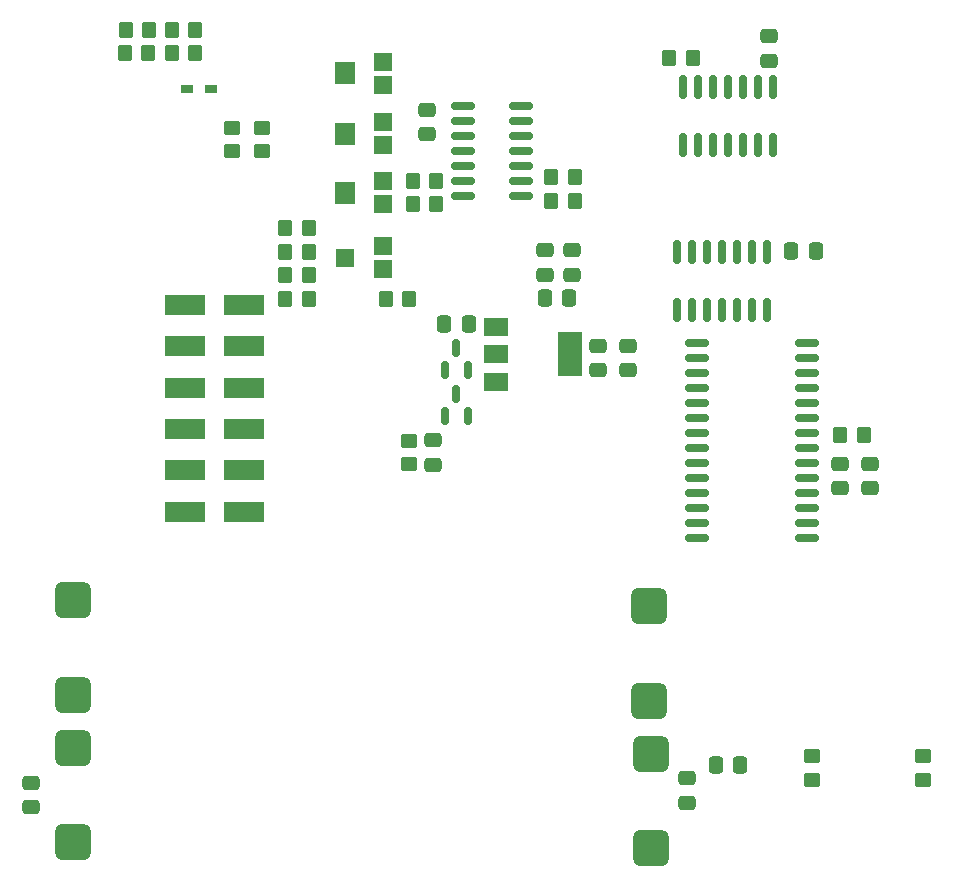
<source format=gbp>
G04 #@! TF.GenerationSoftware,KiCad,Pcbnew,8.0.4*
G04 #@! TF.CreationDate,2024-11-03T11:21:10+01:00*
G04 #@! TF.ProjectId,K_PA_Protec,4b5f5041-5f50-4726-9f74-65632e6b6963,rev?*
G04 #@! TF.SameCoordinates,Original*
G04 #@! TF.FileFunction,Paste,Bot*
G04 #@! TF.FilePolarity,Positive*
%FSLAX46Y46*%
G04 Gerber Fmt 4.6, Leading zero omitted, Abs format (unit mm)*
G04 Created by KiCad (PCBNEW 8.0.4) date 2024-11-03 11:21:10*
%MOMM*%
%LPD*%
G01*
G04 APERTURE LIST*
G04 Aperture macros list*
%AMRoundRect*
0 Rectangle with rounded corners*
0 $1 Rounding radius*
0 $2 $3 $4 $5 $6 $7 $8 $9 X,Y pos of 4 corners*
0 Add a 4 corners polygon primitive as box body*
4,1,4,$2,$3,$4,$5,$6,$7,$8,$9,$2,$3,0*
0 Add four circle primitives for the rounded corners*
1,1,$1+$1,$2,$3*
1,1,$1+$1,$4,$5*
1,1,$1+$1,$6,$7*
1,1,$1+$1,$8,$9*
0 Add four rect primitives between the rounded corners*
20,1,$1+$1,$2,$3,$4,$5,0*
20,1,$1+$1,$4,$5,$6,$7,0*
20,1,$1+$1,$6,$7,$8,$9,0*
20,1,$1+$1,$8,$9,$2,$3,0*%
G04 Aperture macros list end*
%ADD10RoundRect,0.250000X-0.450000X0.350000X-0.450000X-0.350000X0.450000X-0.350000X0.450000X0.350000X0*%
%ADD11RoundRect,0.250000X0.350000X0.450000X-0.350000X0.450000X-0.350000X-0.450000X0.350000X-0.450000X0*%
%ADD12RoundRect,0.250000X0.337500X0.475000X-0.337500X0.475000X-0.337500X-0.475000X0.337500X-0.475000X0*%
%ADD13R,3.500000X1.800000*%
%ADD14RoundRect,0.250000X0.475000X-0.337500X0.475000X0.337500X-0.475000X0.337500X-0.475000X-0.337500X0*%
%ADD15R,1.000000X0.800000*%
%ADD16RoundRect,0.150000X0.875000X0.150000X-0.875000X0.150000X-0.875000X-0.150000X0.875000X-0.150000X0*%
%ADD17R,1.500000X1.500000*%
%ADD18R,1.700000X1.900000*%
%ADD19RoundRect,0.250000X-0.475000X0.337500X-0.475000X-0.337500X0.475000X-0.337500X0.475000X0.337500X0*%
%ADD20RoundRect,0.250000X-0.350000X-0.450000X0.350000X-0.450000X0.350000X0.450000X-0.350000X0.450000X0*%
%ADD21RoundRect,0.250000X0.450000X-0.350000X0.450000X0.350000X-0.450000X0.350000X-0.450000X-0.350000X0*%
%ADD22R,2.000000X1.500000*%
%ADD23R,2.000000X3.800000*%
%ADD24RoundRect,0.150000X-0.825000X-0.150000X0.825000X-0.150000X0.825000X0.150000X-0.825000X0.150000X0*%
%ADD25RoundRect,0.491801X-1.008199X1.008199X-1.008199X-1.008199X1.008199X-1.008199X1.008199X1.008199X0*%
%ADD26RoundRect,0.250000X-0.337500X-0.475000X0.337500X-0.475000X0.337500X0.475000X-0.337500X0.475000X0*%
%ADD27RoundRect,0.150000X0.150000X-0.587500X0.150000X0.587500X-0.150000X0.587500X-0.150000X-0.587500X0*%
%ADD28RoundRect,0.491801X1.008199X-1.008199X1.008199X1.008199X-1.008199X1.008199X-1.008199X-1.008199X0*%
%ADD29R,1.500000X1.600000*%
%ADD30RoundRect,0.150000X0.150000X-0.825000X0.150000X0.825000X-0.150000X0.825000X-0.150000X-0.825000X0*%
G04 APERTURE END LIST*
D10*
X155000000Y-114700000D03*
X155000000Y-116700000D03*
D11*
X103000000Y-70000000D03*
X101000000Y-70000000D03*
D12*
X145937500Y-71900000D03*
X143862500Y-71900000D03*
X125037500Y-75900000D03*
X122962500Y-75900000D03*
D11*
X150000000Y-87500000D03*
X148000000Y-87500000D03*
D13*
X92500000Y-90500000D03*
X97500000Y-90500000D03*
D14*
X150500000Y-92037500D03*
X150500000Y-89962500D03*
D13*
X92500000Y-76500000D03*
X97500000Y-76500000D03*
D15*
X92650000Y-58200000D03*
X94750000Y-58200000D03*
D10*
X145600000Y-114700000D03*
X145600000Y-116700000D03*
X99000000Y-61500000D03*
X99000000Y-63500000D03*
D16*
X145150000Y-79745000D03*
X145150000Y-81015000D03*
X145150000Y-82285000D03*
X145150000Y-83555000D03*
X145150000Y-84825000D03*
X145150000Y-86095000D03*
X145150000Y-87365000D03*
X145150000Y-88635000D03*
X145150000Y-89905000D03*
X145150000Y-91175000D03*
X145150000Y-92445000D03*
X145150000Y-93715000D03*
X145150000Y-94985000D03*
X145150000Y-96255000D03*
X135850000Y-96255000D03*
X135850000Y-94985000D03*
X135850000Y-93715000D03*
X135850000Y-92445000D03*
X135850000Y-91175000D03*
X135850000Y-89905000D03*
X135850000Y-88635000D03*
X135850000Y-87365000D03*
X135850000Y-86095000D03*
X135850000Y-84825000D03*
X135850000Y-83555000D03*
X135850000Y-82285000D03*
X135850000Y-81015000D03*
X135850000Y-79745000D03*
D11*
X93400000Y-53200000D03*
X91400000Y-53200000D03*
D13*
X92500000Y-83500000D03*
X97500000Y-83500000D03*
D17*
X109300000Y-61000000D03*
D18*
X106050000Y-62000000D03*
D17*
X109300000Y-63000000D03*
D19*
X125250000Y-71862500D03*
X125250000Y-73937500D03*
D13*
X92500000Y-80000000D03*
X97500000Y-80000000D03*
D20*
X109500000Y-76000000D03*
X111500000Y-76000000D03*
D17*
X109300000Y-66000000D03*
D18*
X106050000Y-67000000D03*
D17*
X109300000Y-68000000D03*
D20*
X133500000Y-55600000D03*
X135500000Y-55600000D03*
D14*
X130000000Y-82037500D03*
X130000000Y-79962500D03*
D21*
X96500000Y-63500000D03*
X96500000Y-61500000D03*
D11*
X113800000Y-66000000D03*
X111800000Y-66000000D03*
D13*
X92500000Y-94000000D03*
X97500000Y-94000000D03*
D22*
X118850000Y-83000000D03*
X118850000Y-80700000D03*
D23*
X125150000Y-80700000D03*
D22*
X118850000Y-78400000D03*
D24*
X116025000Y-67310000D03*
X116025000Y-66040000D03*
X116025000Y-64770000D03*
X116025000Y-63500000D03*
X116025000Y-62230000D03*
X116025000Y-60960000D03*
X116025000Y-59690000D03*
X120975000Y-59690000D03*
X120975000Y-60960000D03*
X120975000Y-62230000D03*
X120975000Y-63500000D03*
X120975000Y-64770000D03*
X120975000Y-66040000D03*
X120975000Y-67310000D03*
D25*
X131800000Y-102000000D03*
X131800000Y-110000000D03*
D26*
X114462500Y-78100000D03*
X116537500Y-78100000D03*
D14*
X127500000Y-82037500D03*
X127500000Y-79962500D03*
D11*
X93400000Y-55200000D03*
X91400000Y-55200000D03*
D12*
X139537500Y-115500000D03*
X137462500Y-115500000D03*
D14*
X113000000Y-62037500D03*
X113000000Y-59962500D03*
D20*
X87400000Y-55200000D03*
X89400000Y-55200000D03*
D27*
X116450000Y-85937500D03*
X114550000Y-85937500D03*
X115500000Y-84062500D03*
D14*
X113500000Y-90037500D03*
X113500000Y-87962500D03*
D19*
X123000000Y-71862500D03*
X123000000Y-73937500D03*
D21*
X111500000Y-90000000D03*
X111500000Y-88000000D03*
D28*
X132000000Y-122500000D03*
X132000000Y-114500000D03*
D20*
X123500000Y-65700000D03*
X125500000Y-65700000D03*
D17*
X109300000Y-71500000D03*
D29*
X106050000Y-72500000D03*
D17*
X109300000Y-73500000D03*
D13*
X92500000Y-87000000D03*
X97500000Y-87000000D03*
D14*
X79500000Y-119037500D03*
X79500000Y-116962500D03*
D20*
X101000000Y-74000000D03*
X103000000Y-74000000D03*
X123500000Y-67700000D03*
X125500000Y-67700000D03*
D30*
X142310000Y-62975000D03*
X141040000Y-62975000D03*
X139770000Y-62975000D03*
X138500000Y-62975000D03*
X137230000Y-62975000D03*
X135960000Y-62975000D03*
X134690000Y-62975000D03*
X134690000Y-58025000D03*
X135960000Y-58025000D03*
X137230000Y-58025000D03*
X138500000Y-58025000D03*
X139770000Y-58025000D03*
X141040000Y-58025000D03*
X142310000Y-58025000D03*
D17*
X109300000Y-55900000D03*
D18*
X106050000Y-56900000D03*
D17*
X109300000Y-57900000D03*
D30*
X141810000Y-76975000D03*
X140540000Y-76975000D03*
X139270000Y-76975000D03*
X138000000Y-76975000D03*
X136730000Y-76975000D03*
X135460000Y-76975000D03*
X134190000Y-76975000D03*
X134190000Y-72025000D03*
X135460000Y-72025000D03*
X136730000Y-72025000D03*
X138000000Y-72025000D03*
X139270000Y-72025000D03*
X140540000Y-72025000D03*
X141810000Y-72025000D03*
D14*
X148000000Y-92037500D03*
X148000000Y-89962500D03*
D11*
X103000000Y-76000000D03*
X101000000Y-76000000D03*
D20*
X101000000Y-72000000D03*
X103000000Y-72000000D03*
X87500000Y-53200000D03*
X89500000Y-53200000D03*
D28*
X83000000Y-109500000D03*
X83000000Y-101500000D03*
D19*
X142000000Y-53762500D03*
X142000000Y-55837500D03*
D27*
X116450000Y-82037500D03*
X114550000Y-82037500D03*
X115500000Y-80162500D03*
D25*
X83000000Y-114000000D03*
X83000000Y-122000000D03*
D11*
X113800000Y-68000000D03*
X111800000Y-68000000D03*
D14*
X135000000Y-118637500D03*
X135000000Y-116562500D03*
M02*

</source>
